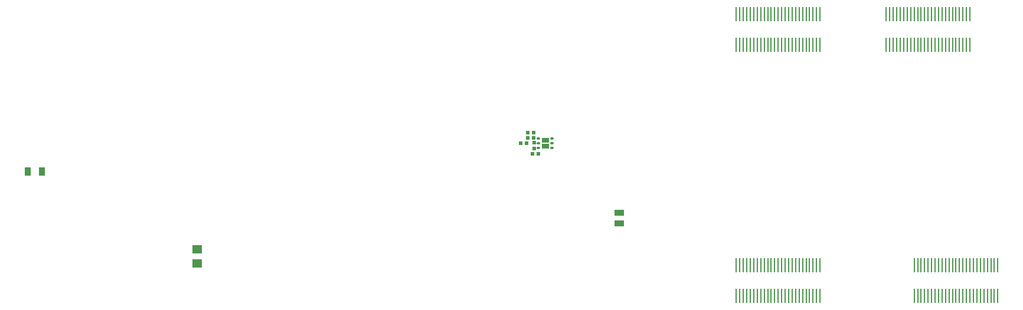
<source format=gbr>
%TF.GenerationSoftware,Altium Limited,Altium Designer,22.2.1 (43)*%
G04 Layer_Color=128*
%FSLAX45Y45*%
%MOMM*%
%TF.SameCoordinates,02F1B47A-F79C-4BE6-BEC0-26DF2024C161*%
%TF.FilePolarity,Positive*%
%TF.FileFunction,Paste,Bot*%
%TF.Part,Single*%
G01*
G75*
%TA.AperFunction,SMDPad,CuDef*%
%ADD22R,1.35000X0.95000*%
%ADD40R,1.45000X1.20000*%
%ADD75R,0.55000X0.55000*%
%ADD76R,0.52000X0.52000*%
%ADD77R,0.55000X0.55000*%
G04:AMPARAMS|DCode=79|XSize=0.45mm|YSize=0.3mm|CornerRadius=0.0495mm|HoleSize=0mm|Usage=FLASHONLY|Rotation=180.000|XOffset=0mm|YOffset=0mm|HoleType=Round|Shape=RoundedRectangle|*
%AMROUNDEDRECTD79*
21,1,0.45000,0.20100,0,0,180.0*
21,1,0.35100,0.30000,0,0,180.0*
1,1,0.09900,-0.17550,0.10050*
1,1,0.09900,0.17550,0.10050*
1,1,0.09900,0.17550,-0.10050*
1,1,0.09900,-0.17550,-0.10050*
%
%ADD79ROUNDEDRECTD79*%
%ADD80R,0.95620X1.20620*%
%ADD81R,0.24994X2.00000*%
G36*
X9330000Y11125000D02*
Y11125995D01*
X9329239Y11127832D01*
X9327832Y11129239D01*
X9325994Y11130000D01*
X9325000D01*
D01*
X9235000D01*
X9234005D01*
X9232168Y11129239D01*
X9230761Y11127832D01*
X9230000Y11125995D01*
Y11125000D01*
D01*
Y11065000D01*
Y11064005D01*
X9230761Y11062168D01*
X9232168Y11060761D01*
X9234005Y11060000D01*
X9235000D01*
D01*
X9325000D01*
X9325994D01*
X9327832Y11060761D01*
X9329239Y11062168D01*
X9330000Y11064005D01*
Y11065000D01*
D01*
Y11125000D01*
D02*
G37*
G36*
X9235000Y11220000D02*
X9234005D01*
X9232168Y11219239D01*
X9230761Y11217832D01*
X9230000Y11215995D01*
Y11215000D01*
D01*
Y11155000D01*
Y11154005D01*
X9230761Y11152168D01*
X9232168Y11150761D01*
X9234005Y11150000D01*
X9235000D01*
D01*
X9325000D01*
X9325994D01*
X9327832Y11150761D01*
X9329239Y11152168D01*
X9330000Y11154005D01*
Y11155000D01*
D01*
Y11215000D01*
Y11215995D01*
X9329239Y11217832D01*
X9327832Y11219239D01*
X9325994Y11220000D01*
X9325000D01*
D01*
X9235000D01*
D02*
G37*
D22*
X10340000Y10140000D02*
D03*
Y9990000D02*
D03*
D40*
X4287594Y9612190D02*
D03*
X4287594Y9412189D02*
D03*
D75*
X9115000Y11220000D02*
D03*
X9025000D02*
D03*
X9115000Y11290000D02*
D03*
X9025000D02*
D03*
X9183325Y10988109D02*
D03*
X9093324D02*
D03*
D76*
X8930000Y11140000D02*
D03*
X9010000D02*
D03*
D77*
X9120000Y11060000D02*
D03*
Y11150000D02*
D03*
D79*
X9182500Y11205000D02*
D03*
Y11140000D02*
D03*
Y11075000D02*
D03*
X9377500D02*
D03*
Y11140000D02*
D03*
Y11205000D02*
D03*
D80*
X1855600Y10730000D02*
D03*
X2060600D02*
D03*
D81*
X12620017Y8949996D02*
D03*
X12570004Y8949996D02*
D03*
X12520017D02*
D03*
X12470004Y8949996D02*
D03*
X12420017Y8949996D02*
D03*
X12370004D02*
D03*
X12320017D02*
D03*
X12270004D02*
D03*
X12220017D02*
D03*
X12170005D02*
D03*
X12120018D02*
D03*
X12070005Y8949996D02*
D03*
X12020018Y8949996D02*
D03*
X12670004D02*
D03*
X12720016D02*
D03*
X12770003Y8949996D02*
D03*
X12820016Y8949996D02*
D03*
X12870004Y8949996D02*
D03*
X12920016Y8949996D02*
D03*
X12970003Y8949996D02*
D03*
X13020015D02*
D03*
X13070003Y8949996D02*
D03*
X13120016Y8949996D02*
D03*
X13170003Y8949996D02*
D03*
X13220016D02*
D03*
X12620017Y9390000D02*
D03*
X12670004Y9390000D02*
D03*
X12720016Y9390000D02*
D03*
X12770003D02*
D03*
X12820016D02*
D03*
X12870003D02*
D03*
X12920016D02*
D03*
X12970003D02*
D03*
X13020016D02*
D03*
X13070003D02*
D03*
X13120016D02*
D03*
X13170003D02*
D03*
X13220015Y9390000D02*
D03*
X12570004D02*
D03*
X12520017Y9390000D02*
D03*
X12470005D02*
D03*
X12420017D02*
D03*
X12370004D02*
D03*
X12320017D02*
D03*
X12270004D02*
D03*
X12220017D02*
D03*
X12170005D02*
D03*
X12120018D02*
D03*
X12070005Y9390000D02*
D03*
X12020018Y9390000D02*
D03*
X15170000Y8949996D02*
D03*
X15120012Y8949996D02*
D03*
X15070000Y8949996D02*
D03*
X15020012Y8949996D02*
D03*
X14970000Y8949996D02*
D03*
X14920012D02*
D03*
X14870000D02*
D03*
X14820013D02*
D03*
X14770000D02*
D03*
X14720012Y8949996D02*
D03*
X14670000D02*
D03*
X14620013Y8949996D02*
D03*
X14570000Y8949996D02*
D03*
X15220010Y8949996D02*
D03*
X15270000Y8949996D02*
D03*
X15320010D02*
D03*
X15370000Y8949996D02*
D03*
X15420010Y8949996D02*
D03*
X15469998D02*
D03*
X15520010D02*
D03*
X15569998D02*
D03*
X15620010D02*
D03*
X15669998D02*
D03*
X15720010D02*
D03*
X15769997Y8949996D02*
D03*
X15170000Y9390000D02*
D03*
X15220010D02*
D03*
X15270000D02*
D03*
X15320010D02*
D03*
X15370000Y9390000D02*
D03*
X15420010Y9390000D02*
D03*
X15469998D02*
D03*
X15520010D02*
D03*
X15569998D02*
D03*
X15620010D02*
D03*
X15669998D02*
D03*
X15720010D02*
D03*
X15769998D02*
D03*
X15120012D02*
D03*
X15070000D02*
D03*
X15020012D02*
D03*
X14970000D02*
D03*
X14920012Y9390000D02*
D03*
X14870000Y9390000D02*
D03*
X14820013Y9390000D02*
D03*
X14770000Y9390000D02*
D03*
X14720013D02*
D03*
X14670000D02*
D03*
X14620013D02*
D03*
X14570000D02*
D03*
X12620017Y12549989D02*
D03*
X12570004D02*
D03*
X12520017D02*
D03*
X12470004D02*
D03*
X12420017Y12549988D02*
D03*
X12370004Y12549989D02*
D03*
X12320017Y12549988D02*
D03*
X12270005Y12549989D02*
D03*
X12220017Y12549988D02*
D03*
X12170005Y12549989D02*
D03*
X12120017Y12549988D02*
D03*
X12070005Y12549989D02*
D03*
X12020018D02*
D03*
X12670003Y12549988D02*
D03*
X12720017Y12549989D02*
D03*
X12770003Y12549988D02*
D03*
X12820016Y12549989D02*
D03*
X12870004Y12549988D02*
D03*
X12920016Y12549989D02*
D03*
X12970004Y12549988D02*
D03*
X13020015Y12549989D02*
D03*
X13070003D02*
D03*
X13120016D02*
D03*
X13170003Y12549988D02*
D03*
X13220016Y12549989D02*
D03*
X12620017Y12989993D02*
D03*
X12670004D02*
D03*
X12720017D02*
D03*
X12770003D02*
D03*
X12820016D02*
D03*
X12870004Y12989993D02*
D03*
X12920016Y12989993D02*
D03*
X12970004D02*
D03*
X13020015D02*
D03*
X13070003Y12989993D02*
D03*
X13120016Y12989993D02*
D03*
X13170003Y12989993D02*
D03*
X13220016Y12989993D02*
D03*
X12570004D02*
D03*
X12520017D02*
D03*
X12470004D02*
D03*
X12420017D02*
D03*
X12370004D02*
D03*
X12320017Y12989993D02*
D03*
X12270004Y12989993D02*
D03*
X12220016D02*
D03*
X12170005D02*
D03*
X12120018Y12989993D02*
D03*
X12070005Y12989993D02*
D03*
X12020018Y12989993D02*
D03*
X14770000Y12549989D02*
D03*
X14720012D02*
D03*
X14670000Y12549988D02*
D03*
X14620012Y12549989D02*
D03*
X14570000Y12549988D02*
D03*
X14520013Y12549989D02*
D03*
X14470000Y12549988D02*
D03*
X14420013Y12549989D02*
D03*
X14370000Y12549988D02*
D03*
X14320013Y12549989D02*
D03*
X14270001D02*
D03*
X14220013D02*
D03*
X14170001D02*
D03*
X14820013D02*
D03*
X14870000Y12549988D02*
D03*
X14920012D02*
D03*
X14970000D02*
D03*
X15020012D02*
D03*
X15070000D02*
D03*
X15120012D02*
D03*
X15170000D02*
D03*
X15220012D02*
D03*
X15269998Y12549989D02*
D03*
X15320010D02*
D03*
X15370000D02*
D03*
X14770000Y12989993D02*
D03*
X14820013Y12989993D02*
D03*
X14870000Y12989993D02*
D03*
X14920012Y12989993D02*
D03*
X14969998D02*
D03*
X15020012D02*
D03*
X15070000D02*
D03*
X15120012Y12989993D02*
D03*
X15170000Y12989993D02*
D03*
X15220012D02*
D03*
X15269998D02*
D03*
X15320010Y12989993D02*
D03*
X15370000Y12989993D02*
D03*
X14720012D02*
D03*
X14670000Y12989993D02*
D03*
X14620012Y12989993D02*
D03*
X14570000Y12989993D02*
D03*
X14520013Y12989993D02*
D03*
X14470000D02*
D03*
X14420013D02*
D03*
X14370001D02*
D03*
X14320013D02*
D03*
X14270001D02*
D03*
X14220013D02*
D03*
X14170001D02*
D03*
%TF.MD5,dd2d36a928e87212ed1bd7b2c29f4704*%
M02*

</source>
